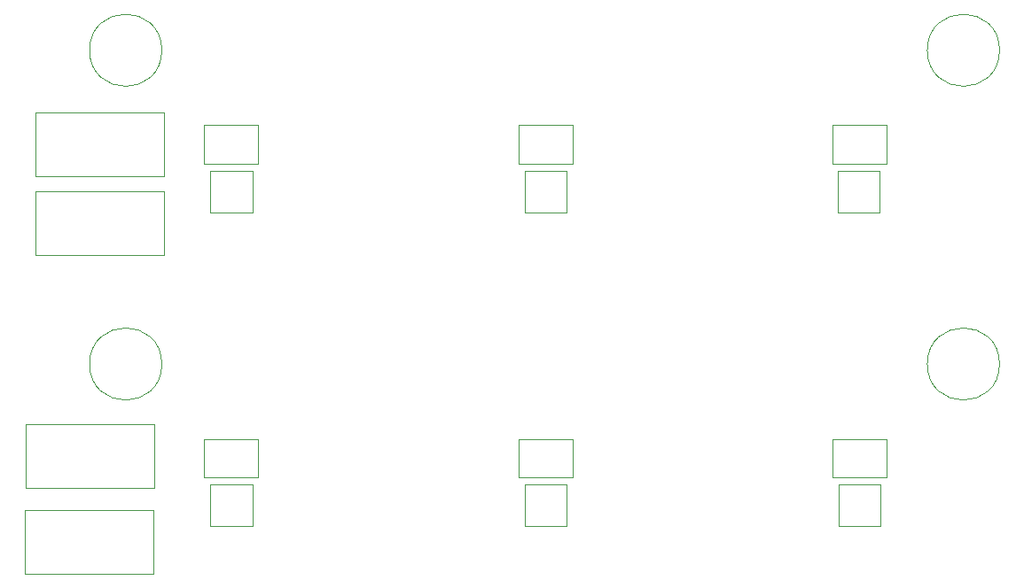
<source format=gbr>
%TF.GenerationSoftware,KiCad,Pcbnew,7.0.9-7.0.9~ubuntu22.04.1*%
%TF.CreationDate,2023-12-20T21:39:59+00:00*%
%TF.ProjectId,green_uv_led_pcb,67726565-6e5f-4757-965f-6c65645f7063,rev?*%
%TF.SameCoordinates,Original*%
%TF.FileFunction,Other,User*%
%FSLAX46Y46*%
G04 Gerber Fmt 4.6, Leading zero omitted, Abs format (unit mm)*
G04 Created by KiCad (PCBNEW 7.0.9-7.0.9~ubuntu22.04.1) date 2023-12-20 21:39:59*
%MOMM*%
%LPD*%
G01*
G04 APERTURE LIST*
%ADD10C,0.050000*%
G04 APERTURE END LIST*
D10*
%TO.C,D10*%
X142650000Y-108850000D02*
X137500000Y-108850000D01*
X142650000Y-105150000D02*
X142650000Y-108850000D01*
X137500000Y-108850000D02*
X137500000Y-105150000D01*
X137500000Y-105150000D02*
X142650000Y-105150000D01*
%TO.C,J4*%
X90350000Y-111950000D02*
X90350000Y-118050000D01*
X90350000Y-118050000D02*
X102650000Y-118050000D01*
X102650000Y-111950000D02*
X90350000Y-111950000D01*
X102650000Y-118050000D02*
X102650000Y-111950000D01*
%TO.C,D6*%
X142100000Y-83500000D02*
X138100000Y-83500000D01*
X142100000Y-79500000D02*
X142100000Y-83500000D01*
X138100000Y-83500000D02*
X138100000Y-79500000D01*
X138100000Y-79500000D02*
X142100000Y-79500000D01*
%TO.C,J2*%
X91350000Y-81450000D02*
X91350000Y-87550000D01*
X91350000Y-87550000D02*
X103650000Y-87550000D01*
X103650000Y-81450000D02*
X91350000Y-81450000D01*
X103650000Y-87550000D02*
X103650000Y-81450000D01*
%TO.C,J3*%
X90450000Y-103710000D02*
X90450000Y-109810000D01*
X90450000Y-109810000D02*
X102750000Y-109810000D01*
X102750000Y-103710000D02*
X90450000Y-103710000D01*
X102750000Y-109810000D02*
X102750000Y-103710000D01*
%TO.C,D7*%
X172000000Y-83500000D02*
X168000000Y-83500000D01*
X172000000Y-79500000D02*
X172000000Y-83500000D01*
X168000000Y-83500000D02*
X168000000Y-79500000D01*
X168000000Y-79500000D02*
X172000000Y-79500000D01*
%TO.C,D3*%
X172650000Y-78850000D02*
X167500000Y-78850000D01*
X172650000Y-75150000D02*
X172650000Y-78850000D01*
X167500000Y-78850000D02*
X167500000Y-75150000D01*
X167500000Y-75150000D02*
X172650000Y-75150000D01*
%TO.C,D14*%
X142100000Y-113500000D02*
X138100000Y-113500000D01*
X142100000Y-109500000D02*
X142100000Y-113500000D01*
X138100000Y-113500000D02*
X138100000Y-109500000D01*
X138100000Y-109500000D02*
X142100000Y-109500000D01*
%TO.C,H2*%
X183450000Y-68000000D02*
G75*
G03*
X183450000Y-68000000I-3450000J0D01*
G01*
%TO.C,D11*%
X172650000Y-108850000D02*
X167500000Y-108850000D01*
X172650000Y-105150000D02*
X172650000Y-108850000D01*
X167500000Y-108850000D02*
X167500000Y-105150000D01*
X167500000Y-105150000D02*
X172650000Y-105150000D01*
%TO.C,D2*%
X142650000Y-78850000D02*
X137500000Y-78850000D01*
X142650000Y-75150000D02*
X142650000Y-78850000D01*
X137500000Y-78850000D02*
X137500000Y-75150000D01*
X137500000Y-75150000D02*
X142650000Y-75150000D01*
%TO.C,H3*%
X103450000Y-98000000D02*
G75*
G03*
X103450000Y-98000000I-3450000J0D01*
G01*
%TO.C,D9*%
X112650000Y-108850000D02*
X107500000Y-108850000D01*
X112650000Y-105150000D02*
X112650000Y-108850000D01*
X107500000Y-108850000D02*
X107500000Y-105150000D01*
X107500000Y-105150000D02*
X112650000Y-105150000D01*
%TO.C,H4*%
X183450000Y-98000000D02*
G75*
G03*
X183450000Y-98000000I-3450000J0D01*
G01*
%TO.C,J1*%
X91350000Y-73950000D02*
X91350000Y-80050000D01*
X91350000Y-80050000D02*
X103650000Y-80050000D01*
X103650000Y-73950000D02*
X91350000Y-73950000D01*
X103650000Y-80050000D02*
X103650000Y-73950000D01*
%TO.C,D1*%
X112650000Y-78850000D02*
X107500000Y-78850000D01*
X112650000Y-75150000D02*
X112650000Y-78850000D01*
X107500000Y-78850000D02*
X107500000Y-75150000D01*
X107500000Y-75150000D02*
X112650000Y-75150000D01*
%TO.C,D5*%
X112100000Y-83500000D02*
X108100000Y-83500000D01*
X112100000Y-79500000D02*
X112100000Y-83500000D01*
X108100000Y-83500000D02*
X108100000Y-79500000D01*
X108100000Y-79500000D02*
X112100000Y-79500000D01*
%TO.C,D13*%
X112100000Y-113500000D02*
X108100000Y-113500000D01*
X112100000Y-109500000D02*
X112100000Y-113500000D01*
X108100000Y-113500000D02*
X108100000Y-109500000D01*
X108100000Y-109500000D02*
X112100000Y-109500000D01*
%TO.C,H1*%
X103450000Y-68000000D02*
G75*
G03*
X103450000Y-68000000I-3450000J0D01*
G01*
%TO.C,D15*%
X172100000Y-113500000D02*
X168100000Y-113500000D01*
X172100000Y-109500000D02*
X172100000Y-113500000D01*
X168100000Y-113500000D02*
X168100000Y-109500000D01*
X168100000Y-109500000D02*
X172100000Y-109500000D01*
%TD*%
M02*

</source>
